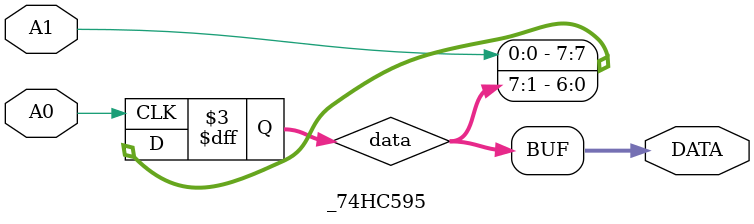
<source format=v>
module test (A0,A1,DATA,SELECT);
	input A0,A1;
	output [7:0]DATA;
	output [5:0]SELECT;
	reg [5:0]select;
	assign SELECT=select;
	initial
		select=6'b111110;
	_74HC595 U1
	(
	   .A0(A0),
		.A1(A1),
		.DATA(DATA)
	);
endmodule

module _74HC595 (A0,A1,DATA);
	input A0,A1;	//¶¨ÒåA0,A1ÎªÊäÈë£¬A0ÊÇ°´Å¥£¬A1Ò²ÊÇ°´Å¥
	output [7:0]DATA;		//¶¨ÒåDATAÎªÊä³ö£¬DATAÒÑ¾­ÅäÖÃÎªÊýÂë¹ÜµÄ°Ë¸ö½Å
	reg [7:0]data;			//ÅªÁËÒ»¸ö°ËÎ»µÄ¼Ä´æÆ÷
	assign DATA=data;		//Ïàµ±ÓÚ½«¼Ä´æÆ÷Á¬½Óµ½DATAÊä³ö¿Ú
	always @(negedge A0)	//µ±°´Å¥A0°´ÏÂÊ±
		data<={A1,data[7:1]};	//{A1,data[7:1]}µÈ¼ÛÓÚdata<<1+A1
	initial		//³õÊ¼»¯
		data<=8'b11111111;		//dataÊä³öÎªÈ«1£¬ÊýÂë¹ÜÈ«Ãð
endmodule

</source>
